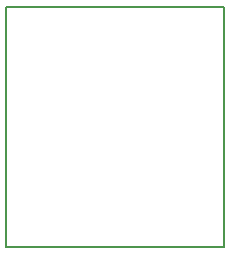
<source format=gbr>
G04 DipTrace 2.4.0.2*
%INBoardOutline.gbr*%
%MOIN*%
%ADD11C,0.006*%
%FSLAX44Y44*%
G04*
G70*
G90*
G75*
G01*
%LNBoardOutline*%
%LPD*%
X3940Y11940D2*
D11*
Y4440D1*
Y3940D1*
X11190D1*
Y11940D1*
X3940D1*
M02*

</source>
